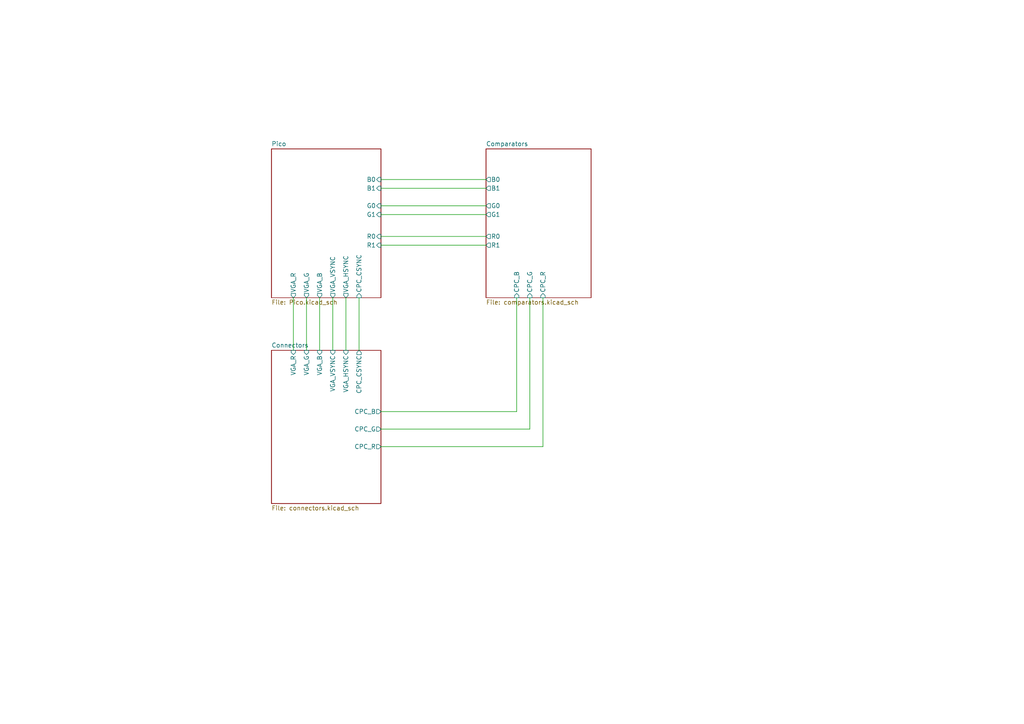
<source format=kicad_sch>
(kicad_sch (version 20230121) (generator eeschema)
  (paper "A4")
  (lib_symbols)
  (wire (pts (xy 153.67 124.46) (xy 153.67 86.36)))
  (wire (pts (xy 110.49 129.54) (xy 157.48 129.54)))
  (wire (pts (xy 110.49 62.23) (xy 140.97 62.23)))
  (wire (pts (xy 88.9 86.36) (xy 88.9 101.6)))
  (wire (pts (xy 104.14 86.36) (xy 104.14 101.6)))
  (wire (pts (xy 110.49 124.46) (xy 153.67 124.46)))
  (wire (pts (xy 92.71 86.36) (xy 92.71 101.6)))
  (wire (pts (xy 110.49 59.69) (xy 140.97 59.69)))
  (wire (pts (xy 110.49 54.61) (xy 140.97 54.61)))
  (wire (pts (xy 110.49 119.38) (xy 149.86 119.38)))
  (wire (pts (xy 110.49 68.58) (xy 140.97 68.58)))
  (wire (pts (xy 100.33 86.36) (xy 100.33 101.6)))
  (wire (pts (xy 157.48 129.54) (xy 157.48 86.36)))
  (wire (pts (xy 149.86 119.38) (xy 149.86 86.36)))
  (wire (pts (xy 110.49 52.07) (xy 140.97 52.07)))
  (wire (pts (xy 85.09 86.36) (xy 85.09 101.6)))
  (wire (pts (xy 96.52 86.36) (xy 96.52 101.6)))
  (wire (pts (xy 110.49 71.12) (xy 140.97 71.12)))
  (sheet (at 78.74 101.6) (size 31.75 44.45) (stroke (width 0.1524))
    (property "Sheetname" "Connectors" (at 78.74 100.8884 0) (effects (justify left bottom)))
    (property "Sheetfile" "connectors.kicad_sch" (at 78.74 146.6346 0) (effects (justify left top)))
    (pin "VGA_R" input (at 85.09 101.6 90))
    (pin "VGA_B" input (at 92.71 101.6 90))
    (pin "CPC_G" output (at 110.49 124.46 0))
    (pin "CPC_B" output (at 110.49 119.38 0))
    (pin "CPC_R" output (at 110.49 129.54 0))
    (pin "CPC_CSYNC" output (at 104.14 101.6 90))
    (pin "VGA_G" input (at 88.9 101.6 90))
    (pin "VGA_VSYNC" input (at 96.52 101.6 90))
    (pin "VGA_HSYNC" input (at 100.33 101.6 90))
  )
  (sheet (at 78.74 43.18) (size 31.75 43.18) (stroke (width 0.1524))
    (property "Sheetname" "Pico" (at 78.74 42.4684 0) (effects (justify left bottom)))
    (property "Sheetfile" "Pico.kicad_sch" (at 78.74 86.9446 0) (effects (justify left top)))
    (pin "B0" input (at 110.49 52.07 0))
    (pin "R0" input (at 110.49 68.58 0))
    (pin "B1" input (at 110.49 54.61 0))
    (pin "G0" input (at 110.49 59.69 0))
    (pin "G1" input (at 110.49 62.23 0))
    (pin "R1" input (at 110.49 71.12 0))
    (pin "VGA_VSYNC" output (at 96.52 86.36 270))
    (pin "VGA_HSYNC" output (at 100.33 86.36 270))
    (pin "VGA_G" output (at 88.9 86.36 270))
    (pin "VGA_B" output (at 92.71 86.36 270))
    (pin "VGA_R" output (at 85.09 86.36 270))
    (pin "CPC_CSYNC" input (at 104.14 86.36 270))
  )
  (sheet (at 140.97 43.18) (size 30.48 43.18) (stroke (width 0.1524))
    (property "Sheetname" "Comparators" (at 140.97 42.4684 0) (effects (justify left bottom)))
    (property "Sheetfile" "comparators.kicad_sch" (at 140.97 86.9446 0) (effects (justify left top)))
    (pin "R1" output (at 140.97 71.12 180))
    (pin "R0" output (at 140.97 68.58 180))
    (pin "G1" output (at 140.97 62.23 180))
    (pin "G0" output (at 140.97 59.69 180))
    (pin "B1" output (at 140.97 54.61 180))
    (pin "B0" output (at 140.97 52.07 180))
    (pin "CPC_B" input (at 149.86 86.36 270))
    (pin "CPC_G" input (at 153.67 86.36 270))
    (pin "CPC_R" input (at 157.48 86.36 270))
  )
)
</source>
